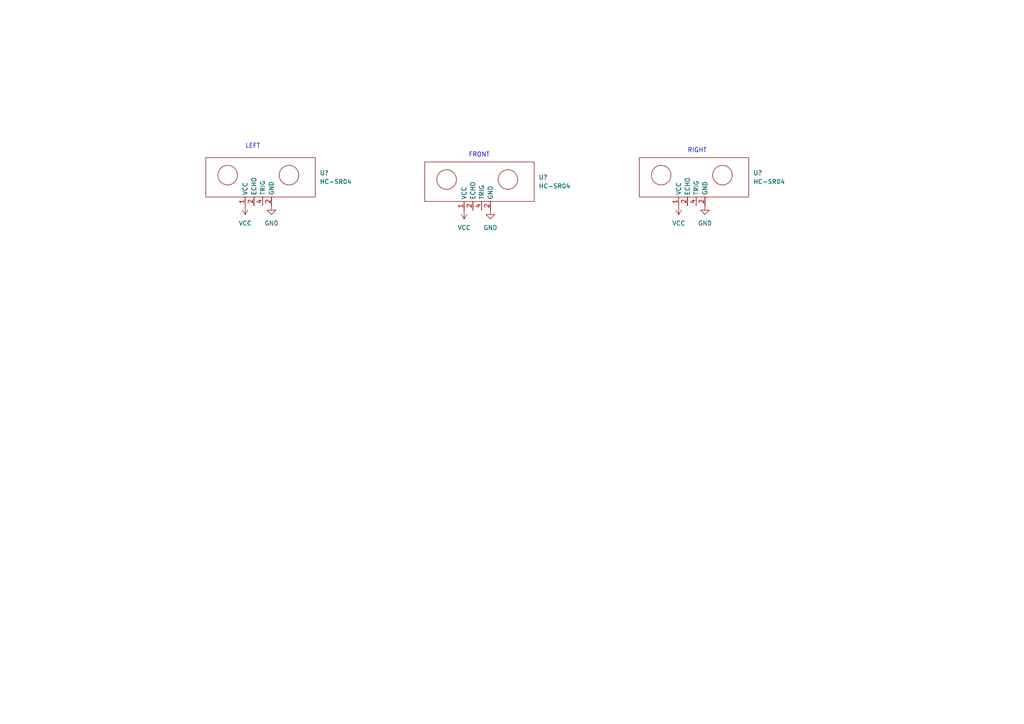
<source format=kicad_sch>
(kicad_sch (version 20211123) (generator eeschema)
  (paper "A4")
  (lib_symbols
    (symbol "modules:HC-SR04"
      (property "Reference" "U" (at 5.08 2.54 0))
      (property "Value" "HC-SR04" (at 5.08 5.08 0))
      (symbol "HC-SR04_0_1"
        (rectangle (start 0 0) (end 31.75 -11.43))
        (circle (center 6.35 -5.08) (radius 2.8398))
        (circle (center 24.13 -5.08) (radius 2.8398))
      )
      (symbol "HC-SR04_1_1"
        (pin power_in line (at 11.43 -13.97 90) (length 2.54) (name "VCC") (number "1"))
        (pin power_in line (at 13.97 -13.97 90) (length 2.54) (name "ECHO") (number "2"))
        (pin power_in line (at 19.05 -13.97 90) (length 2.54) (name "GND") (number "2"))
        (pin power_in line (at 16.51 -13.97 90) (length 2.54) (name "TRIG") (number "4"))
      )
    )
    (symbol "power:GND" (power) (pin_names (offset 0))
      (property "Value" "GND" (at 0 -3.81 0))
      (symbol "GND_0_1"
        (polyline (pts (xy 0 0) (xy 0 -1.27) (xy 1.27 -1.27) (xy 0 -2.54) (xy -1.27 -1.27) (xy 0 -1.27)))
      )
      (symbol "GND_1_1"
        (pin power_in line (at 0 0 270) (length 0) hide (name "GND") (number "1"))
      )
    )
    (symbol "power:VCC" (power) (pin_names (offset 0))
      (property "Value" "VCC" (at 0 3.81 0))
      (symbol "VCC_0_1"
        (polyline (pts (xy -0.762 1.27) (xy 0 2.54)))
        (polyline (pts (xy 0 0) (xy 0 2.54)))
        (polyline (pts (xy 0 2.54) (xy 0.762 1.27)))
      )
      (symbol "VCC_1_1"
        (pin power_in line (at 0 0 90) (length 0) hide (name "VCC") (number "1"))
      )
    )
  )
  (text "FRONT	\n" (at 135.89 45.72 0) (effects (font (size 1.27 1.27)) (justify left bottom)))
  (text "LEFT" (at 71.12 43.18 0) (effects (font (size 1.27 1.27)) (justify left bottom)))
  (text "RIGHT" (at 199.39 44.45 0) (effects (font (size 1.27 1.27)) (justify left bottom)))
  (symbol (lib_id "power:GND") (at 78.74 59.69 0) (unit 1)
    (property "Reference" "#PWR?" (effects hide))
    (property "Value" "GND" (at 78.74 64.77 0))
  )
  (symbol (lib_id "power:GND") (at 142.24 60.96 0) (unit 1)
    (property "Reference" "#PWR?" (effects hide))
    (property "Value" "GND" (at 142.24 66.04 0))
  )
  (symbol (lib_id "power:VCC") (at 196.85 59.69 180) (unit 1)
    (property "Reference" "#PWR?" (effects hide))
    (property "Value" "VCC" (at 196.85 64.77 0))
  )
  (symbol (lib_id "power:VCC") (at 71.12 59.69 180) (unit 1)
    (property "Reference" "#PWR?" (effects hide))
    (property "Value" "VCC" (at 71.12 64.77 0))
  )
  (symbol (lib_id "power:GND") (at 204.47 59.69 0) (unit 1)
    (property "Reference" "#PWR?" (effects hide))
    (property "Value" "GND" (at 204.47 64.77 0))
  )
  (symbol (lib_id "modules:HC-SR04") (at 59.69 45.72 0) (unit 1)
    (property "Reference" "U?" (at 92.71 50.1649 0) (effects (justify left)))
    (property "Value" "HC-SR04" (at 92.71 52.7049 0) (effects (justify left)))
  )
  (symbol (lib_id "modules:HC-SR04") (at 185.42 45.72 0) (unit 1)
    (property "Reference" "U?" (at 218.44 50.1649 0) (effects (justify left)))
    (property "Value" "HC-SR04" (at 218.44 52.7049 0) (effects (justify left)))
  )
  (symbol (lib_id "modules:HC-SR04") (at 123.19 46.99 0) (unit 1)
    (property "Reference" "U?" (at 156.21 51.4349 0) (effects (justify left)))
    (property "Value" "HC-SR04" (at 156.21 53.9749 0) (effects (justify left)))
  )
  (symbol (lib_id "power:VCC") (at 134.62 60.96 180) (unit 1)
    (property "Reference" "#PWR?" (effects hide))
    (property "Value" "VCC" (at 134.62 66.04 0))
  )
)
</source>
